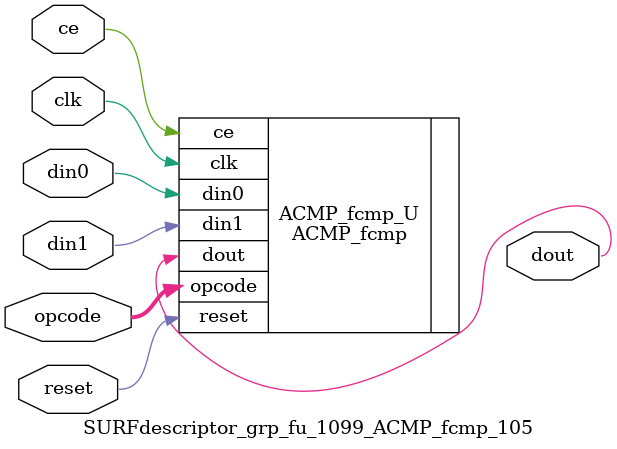
<source format=v>

`timescale 1 ns / 1 ps
module SURFdescriptor_grp_fu_1099_ACMP_fcmp_105(
    clk,
    reset,
    ce,
    din0,
    din1,
    opcode,
    dout);

parameter ID = 32'd1;
parameter NUM_STAGE = 32'd1;
parameter din0_WIDTH = 32'd1;
parameter din1_WIDTH = 32'd1;
parameter dout_WIDTH = 32'd1;
input clk;
input reset;
input ce;
input[din0_WIDTH - 1:0] din0;
input[din1_WIDTH - 1:0] din1;
input[5 - 1:0] opcode;
output[dout_WIDTH - 1:0] dout;



ACMP_fcmp #(
.ID( ID ),
.NUM_STAGE( 3 ),
.din0_WIDTH( din0_WIDTH ),
.din1_WIDTH( din1_WIDTH ),
.dout_WIDTH( dout_WIDTH ))
ACMP_fcmp_U(
    .clk( clk ),
    .reset( reset ),
    .ce( ce ),
    .din0( din0 ),
    .din1( din1 ),
    .dout( dout ),
    .opcode( opcode ));

endmodule

</source>
